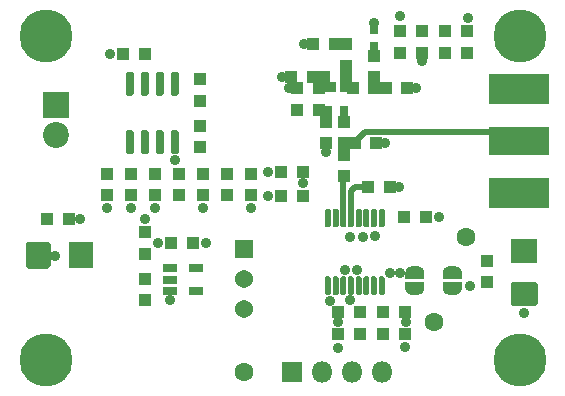
<source format=gbr>
%TF.GenerationSoftware,KiCad,Pcbnew,(5.1.6-0-10_14)*%
%TF.CreationDate,2021-11-26T22:59:46-06:00*%
%TF.ProjectId,EE514 Project,45453531-3420-4507-926f-6a6563742e6b,rev?*%
%TF.SameCoordinates,Original*%
%TF.FileFunction,Soldermask,Top*%
%TF.FilePolarity,Negative*%
%FSLAX46Y46*%
G04 Gerber Fmt 4.6, Leading zero omitted, Abs format (unit mm)*
G04 Created by KiCad (PCBNEW (5.1.6-0-10_14)) date 2021-11-26 22:59:46*
%MOMM*%
%LPD*%
G01*
G04 APERTURE LIST*
%ADD10C,0.500152*%
%ADD11O,1.800000X1.800000*%
%ADD12R,1.800000X1.800000*%
%ADD13C,0.800000*%
%ADD14C,4.500000*%
%ADD15R,2.100000X2.300000*%
%ADD16C,1.600000*%
%ADD17R,1.160000X0.750000*%
%ADD18R,1.540000X1.540000*%
%ADD19C,1.540000*%
%ADD20R,1.050000X1.075000*%
%ADD21R,1.075000X1.050000*%
%ADD22R,1.000000X0.900000*%
%ADD23R,0.700000X0.900000*%
%ADD24C,0.100000*%
%ADD25R,5.180000X2.520000*%
%ADD26R,5.180000X2.390000*%
%ADD27C,2.200000*%
%ADD28R,2.200000X2.200000*%
%ADD29R,0.800000X0.700000*%
%ADD30R,2.300000X2.100000*%
%ADD31C,0.900000*%
G04 APERTURE END LIST*
D10*
X150551000Y-109164000D02*
X150876000Y-108839000D01*
X150876000Y-108839000D02*
X151995500Y-108839000D01*
X150551000Y-111437500D02*
X150551000Y-109164000D01*
X149901000Y-111437500D02*
X149901000Y-107907100D01*
X149901000Y-107907100D02*
X149936200Y-107871900D01*
X150877900Y-105027100D02*
X151765000Y-104140000D01*
X151765000Y-104140000D02*
X164026000Y-104140000D01*
X164026000Y-104140000D02*
X164788000Y-104902000D01*
X150877900Y-105079800D02*
X150877900Y-105027100D01*
D11*
%TO.C,J102*%
X153162000Y-124460000D03*
X150622000Y-124460000D03*
X148082000Y-124460000D03*
D12*
X145542000Y-124460000D03*
%TD*%
D13*
%TO.C,H104*%
X166012726Y-94845274D03*
X164846000Y-94362000D03*
X163679274Y-94845274D03*
X163196000Y-96012000D03*
X163679274Y-97178726D03*
X164846000Y-97662000D03*
X166012726Y-97178726D03*
X166496000Y-96012000D03*
D14*
X164846000Y-96012000D03*
%TD*%
D13*
%TO.C,H103*%
X166012726Y-122277274D03*
X164846000Y-121794000D03*
X163679274Y-122277274D03*
X163196000Y-123444000D03*
X163679274Y-124610726D03*
X164846000Y-125094000D03*
X166012726Y-124610726D03*
X166496000Y-123444000D03*
D14*
X164846000Y-123444000D03*
%TD*%
D13*
%TO.C,H102*%
X125880726Y-122277274D03*
X124714000Y-121794000D03*
X123547274Y-122277274D03*
X123064000Y-123444000D03*
X123547274Y-124610726D03*
X124714000Y-125094000D03*
X125880726Y-124610726D03*
X126364000Y-123444000D03*
D14*
X124714000Y-123444000D03*
%TD*%
D13*
%TO.C,H101*%
X125880726Y-94845274D03*
X124714000Y-94362000D03*
X123547274Y-94845274D03*
X123064000Y-96012000D03*
X123547274Y-97178726D03*
X124714000Y-97662000D03*
X125880726Y-97178726D03*
X126364000Y-96012000D03*
D14*
X124714000Y-96012000D03*
%TD*%
D15*
%TO.C,D101*%
X127679000Y-114564000D03*
G36*
G01*
X123029000Y-115504000D02*
X123029000Y-113624000D01*
G75*
G02*
X123239000Y-113414000I210000J0D01*
G01*
X124919000Y-113414000D01*
G75*
G02*
X125129000Y-113624000I0J-210000D01*
G01*
X125129000Y-115504000D01*
G75*
G02*
X124919000Y-115714000I-210000J0D01*
G01*
X123239000Y-115714000D01*
G75*
G02*
X123029000Y-115504000I0J210000D01*
G01*
G37*
%TD*%
D16*
%TO.C,TP201*%
X141478000Y-124460000D03*
%TD*%
%TO.C,U401*%
G36*
G01*
X132001000Y-101093400D02*
X131651000Y-101093400D01*
G75*
G02*
X131476000Y-100918400I0J175000D01*
G01*
X131476000Y-99218400D01*
G75*
G02*
X131651000Y-99043400I175000J0D01*
G01*
X132001000Y-99043400D01*
G75*
G02*
X132176000Y-99218400I0J-175000D01*
G01*
X132176000Y-100918400D01*
G75*
G02*
X132001000Y-101093400I-175000J0D01*
G01*
G37*
G36*
G01*
X133271000Y-101093400D02*
X132921000Y-101093400D01*
G75*
G02*
X132746000Y-100918400I0J175000D01*
G01*
X132746000Y-99218400D01*
G75*
G02*
X132921000Y-99043400I175000J0D01*
G01*
X133271000Y-99043400D01*
G75*
G02*
X133446000Y-99218400I0J-175000D01*
G01*
X133446000Y-100918400D01*
G75*
G02*
X133271000Y-101093400I-175000J0D01*
G01*
G37*
G36*
G01*
X134541000Y-101093400D02*
X134191000Y-101093400D01*
G75*
G02*
X134016000Y-100918400I0J175000D01*
G01*
X134016000Y-99218400D01*
G75*
G02*
X134191000Y-99043400I175000J0D01*
G01*
X134541000Y-99043400D01*
G75*
G02*
X134716000Y-99218400I0J-175000D01*
G01*
X134716000Y-100918400D01*
G75*
G02*
X134541000Y-101093400I-175000J0D01*
G01*
G37*
G36*
G01*
X135811000Y-101093400D02*
X135461000Y-101093400D01*
G75*
G02*
X135286000Y-100918400I0J175000D01*
G01*
X135286000Y-99218400D01*
G75*
G02*
X135461000Y-99043400I175000J0D01*
G01*
X135811000Y-99043400D01*
G75*
G02*
X135986000Y-99218400I0J-175000D01*
G01*
X135986000Y-100918400D01*
G75*
G02*
X135811000Y-101093400I-175000J0D01*
G01*
G37*
G36*
G01*
X135811000Y-106043400D02*
X135461000Y-106043400D01*
G75*
G02*
X135286000Y-105868400I0J175000D01*
G01*
X135286000Y-104168400D01*
G75*
G02*
X135461000Y-103993400I175000J0D01*
G01*
X135811000Y-103993400D01*
G75*
G02*
X135986000Y-104168400I0J-175000D01*
G01*
X135986000Y-105868400D01*
G75*
G02*
X135811000Y-106043400I-175000J0D01*
G01*
G37*
G36*
G01*
X134541000Y-106043400D02*
X134191000Y-106043400D01*
G75*
G02*
X134016000Y-105868400I0J175000D01*
G01*
X134016000Y-104168400D01*
G75*
G02*
X134191000Y-103993400I175000J0D01*
G01*
X134541000Y-103993400D01*
G75*
G02*
X134716000Y-104168400I0J-175000D01*
G01*
X134716000Y-105868400D01*
G75*
G02*
X134541000Y-106043400I-175000J0D01*
G01*
G37*
G36*
G01*
X133271000Y-106043400D02*
X132921000Y-106043400D01*
G75*
G02*
X132746000Y-105868400I0J175000D01*
G01*
X132746000Y-104168400D01*
G75*
G02*
X132921000Y-103993400I175000J0D01*
G01*
X133271000Y-103993400D01*
G75*
G02*
X133446000Y-104168400I0J-175000D01*
G01*
X133446000Y-105868400D01*
G75*
G02*
X133271000Y-106043400I-175000J0D01*
G01*
G37*
G36*
G01*
X132001000Y-106043400D02*
X131651000Y-106043400D01*
G75*
G02*
X131476000Y-105868400I0J175000D01*
G01*
X131476000Y-104168400D01*
G75*
G02*
X131651000Y-103993400I175000J0D01*
G01*
X132001000Y-103993400D01*
G75*
G02*
X132176000Y-104168400I0J-175000D01*
G01*
X132176000Y-105868400D01*
G75*
G02*
X132001000Y-106043400I-175000J0D01*
G01*
G37*
%TD*%
D17*
%TO.C,U201*%
X137407000Y-115692000D03*
X137407000Y-117592000D03*
X135207000Y-117592000D03*
X135207000Y-116642000D03*
X135207000Y-115692000D03*
%TD*%
%TO.C,U101*%
G36*
G01*
X153026000Y-116375000D02*
X153276000Y-116375000D01*
G75*
G02*
X153401000Y-116500000I0J-125000D01*
G01*
X153401000Y-117825000D01*
G75*
G02*
X153276000Y-117950000I-125000J0D01*
G01*
X153026000Y-117950000D01*
G75*
G02*
X152901000Y-117825000I0J125000D01*
G01*
X152901000Y-116500000D01*
G75*
G02*
X153026000Y-116375000I125000J0D01*
G01*
G37*
G36*
G01*
X152376000Y-116375000D02*
X152626000Y-116375000D01*
G75*
G02*
X152751000Y-116500000I0J-125000D01*
G01*
X152751000Y-117825000D01*
G75*
G02*
X152626000Y-117950000I-125000J0D01*
G01*
X152376000Y-117950000D01*
G75*
G02*
X152251000Y-117825000I0J125000D01*
G01*
X152251000Y-116500000D01*
G75*
G02*
X152376000Y-116375000I125000J0D01*
G01*
G37*
G36*
G01*
X151726000Y-116375000D02*
X151976000Y-116375000D01*
G75*
G02*
X152101000Y-116500000I0J-125000D01*
G01*
X152101000Y-117825000D01*
G75*
G02*
X151976000Y-117950000I-125000J0D01*
G01*
X151726000Y-117950000D01*
G75*
G02*
X151601000Y-117825000I0J125000D01*
G01*
X151601000Y-116500000D01*
G75*
G02*
X151726000Y-116375000I125000J0D01*
G01*
G37*
G36*
G01*
X151076000Y-116375000D02*
X151326000Y-116375000D01*
G75*
G02*
X151451000Y-116500000I0J-125000D01*
G01*
X151451000Y-117825000D01*
G75*
G02*
X151326000Y-117950000I-125000J0D01*
G01*
X151076000Y-117950000D01*
G75*
G02*
X150951000Y-117825000I0J125000D01*
G01*
X150951000Y-116500000D01*
G75*
G02*
X151076000Y-116375000I125000J0D01*
G01*
G37*
G36*
G01*
X150426000Y-116375000D02*
X150676000Y-116375000D01*
G75*
G02*
X150801000Y-116500000I0J-125000D01*
G01*
X150801000Y-117825000D01*
G75*
G02*
X150676000Y-117950000I-125000J0D01*
G01*
X150426000Y-117950000D01*
G75*
G02*
X150301000Y-117825000I0J125000D01*
G01*
X150301000Y-116500000D01*
G75*
G02*
X150426000Y-116375000I125000J0D01*
G01*
G37*
G36*
G01*
X149776000Y-116375000D02*
X150026000Y-116375000D01*
G75*
G02*
X150151000Y-116500000I0J-125000D01*
G01*
X150151000Y-117825000D01*
G75*
G02*
X150026000Y-117950000I-125000J0D01*
G01*
X149776000Y-117950000D01*
G75*
G02*
X149651000Y-117825000I0J125000D01*
G01*
X149651000Y-116500000D01*
G75*
G02*
X149776000Y-116375000I125000J0D01*
G01*
G37*
G36*
G01*
X149126000Y-116375000D02*
X149376000Y-116375000D01*
G75*
G02*
X149501000Y-116500000I0J-125000D01*
G01*
X149501000Y-117825000D01*
G75*
G02*
X149376000Y-117950000I-125000J0D01*
G01*
X149126000Y-117950000D01*
G75*
G02*
X149001000Y-117825000I0J125000D01*
G01*
X149001000Y-116500000D01*
G75*
G02*
X149126000Y-116375000I125000J0D01*
G01*
G37*
G36*
G01*
X148476000Y-116375000D02*
X148726000Y-116375000D01*
G75*
G02*
X148851000Y-116500000I0J-125000D01*
G01*
X148851000Y-117825000D01*
G75*
G02*
X148726000Y-117950000I-125000J0D01*
G01*
X148476000Y-117950000D01*
G75*
G02*
X148351000Y-117825000I0J125000D01*
G01*
X148351000Y-116500000D01*
G75*
G02*
X148476000Y-116375000I125000J0D01*
G01*
G37*
G36*
G01*
X148476000Y-110650000D02*
X148726000Y-110650000D01*
G75*
G02*
X148851000Y-110775000I0J-125000D01*
G01*
X148851000Y-112100000D01*
G75*
G02*
X148726000Y-112225000I-125000J0D01*
G01*
X148476000Y-112225000D01*
G75*
G02*
X148351000Y-112100000I0J125000D01*
G01*
X148351000Y-110775000D01*
G75*
G02*
X148476000Y-110650000I125000J0D01*
G01*
G37*
G36*
G01*
X149126000Y-110650000D02*
X149376000Y-110650000D01*
G75*
G02*
X149501000Y-110775000I0J-125000D01*
G01*
X149501000Y-112100000D01*
G75*
G02*
X149376000Y-112225000I-125000J0D01*
G01*
X149126000Y-112225000D01*
G75*
G02*
X149001000Y-112100000I0J125000D01*
G01*
X149001000Y-110775000D01*
G75*
G02*
X149126000Y-110650000I125000J0D01*
G01*
G37*
G36*
G01*
X149776000Y-110650000D02*
X150026000Y-110650000D01*
G75*
G02*
X150151000Y-110775000I0J-125000D01*
G01*
X150151000Y-112100000D01*
G75*
G02*
X150026000Y-112225000I-125000J0D01*
G01*
X149776000Y-112225000D01*
G75*
G02*
X149651000Y-112100000I0J125000D01*
G01*
X149651000Y-110775000D01*
G75*
G02*
X149776000Y-110650000I125000J0D01*
G01*
G37*
G36*
G01*
X150426000Y-110650000D02*
X150676000Y-110650000D01*
G75*
G02*
X150801000Y-110775000I0J-125000D01*
G01*
X150801000Y-112100000D01*
G75*
G02*
X150676000Y-112225000I-125000J0D01*
G01*
X150426000Y-112225000D01*
G75*
G02*
X150301000Y-112100000I0J125000D01*
G01*
X150301000Y-110775000D01*
G75*
G02*
X150426000Y-110650000I125000J0D01*
G01*
G37*
G36*
G01*
X151076000Y-110650000D02*
X151326000Y-110650000D01*
G75*
G02*
X151451000Y-110775000I0J-125000D01*
G01*
X151451000Y-112100000D01*
G75*
G02*
X151326000Y-112225000I-125000J0D01*
G01*
X151076000Y-112225000D01*
G75*
G02*
X150951000Y-112100000I0J125000D01*
G01*
X150951000Y-110775000D01*
G75*
G02*
X151076000Y-110650000I125000J0D01*
G01*
G37*
G36*
G01*
X151726000Y-110650000D02*
X151976000Y-110650000D01*
G75*
G02*
X152101000Y-110775000I0J-125000D01*
G01*
X152101000Y-112100000D01*
G75*
G02*
X151976000Y-112225000I-125000J0D01*
G01*
X151726000Y-112225000D01*
G75*
G02*
X151601000Y-112100000I0J125000D01*
G01*
X151601000Y-110775000D01*
G75*
G02*
X151726000Y-110650000I125000J0D01*
G01*
G37*
G36*
G01*
X152376000Y-110650000D02*
X152626000Y-110650000D01*
G75*
G02*
X152751000Y-110775000I0J-125000D01*
G01*
X152751000Y-112100000D01*
G75*
G02*
X152626000Y-112225000I-125000J0D01*
G01*
X152376000Y-112225000D01*
G75*
G02*
X152251000Y-112100000I0J125000D01*
G01*
X152251000Y-110775000D01*
G75*
G02*
X152376000Y-110650000I125000J0D01*
G01*
G37*
G36*
G01*
X153026000Y-110650000D02*
X153276000Y-110650000D01*
G75*
G02*
X153401000Y-110775000I0J-125000D01*
G01*
X153401000Y-112100000D01*
G75*
G02*
X153276000Y-112225000I-125000J0D01*
G01*
X153026000Y-112225000D01*
G75*
G02*
X152901000Y-112100000I0J125000D01*
G01*
X152901000Y-110775000D01*
G75*
G02*
X153026000Y-110650000I125000J0D01*
G01*
G37*
%TD*%
D16*
%TO.C,TP102*%
X157607000Y-120269000D03*
%TD*%
%TO.C,TP101*%
X160274000Y-113030000D03*
%TD*%
D18*
%TO.C,RV201*%
X141478000Y-114046000D03*
D19*
X141478000Y-116586000D03*
X141478000Y-119126000D03*
%TD*%
D20*
%TO.C,R407*%
X142113000Y-109497500D03*
X142113000Y-107672500D03*
%TD*%
%TO.C,R406*%
X138049000Y-109497500D03*
X138049000Y-107672500D03*
%TD*%
%TO.C,R405*%
X136017000Y-109497500D03*
X136017000Y-107672500D03*
%TD*%
%TO.C,R404*%
X133985000Y-107672500D03*
X133985000Y-109497500D03*
%TD*%
%TO.C,R403*%
X137795000Y-99671500D03*
X137795000Y-101496500D03*
%TD*%
%TO.C,R402*%
X129921000Y-107672500D03*
X129921000Y-109497500D03*
%TD*%
%TO.C,R401*%
X131953000Y-109497500D03*
X131953000Y-107672500D03*
%TD*%
D21*
%TO.C,R301*%
X147851500Y-100431600D03*
X146026500Y-100431600D03*
%TD*%
D20*
%TO.C,R201*%
X133096000Y-118387500D03*
X133096000Y-116562500D03*
%TD*%
D21*
%TO.C,R106*%
X150877900Y-105079800D03*
X152702900Y-105079800D03*
%TD*%
D20*
%TO.C,R105*%
X154686000Y-97432500D03*
X154686000Y-95607500D03*
%TD*%
%TO.C,R104*%
X158496000Y-95607500D03*
X158496000Y-97432500D03*
%TD*%
D21*
%TO.C,R103*%
X155043500Y-111379000D03*
X156868500Y-111379000D03*
%TD*%
D20*
%TO.C,R102*%
X162052000Y-115038500D03*
X162052000Y-116863500D03*
%TD*%
D21*
%TO.C,R101*%
X124817500Y-111506000D03*
X126642500Y-111506000D03*
%TD*%
D22*
%TO.C,Q301*%
X148775800Y-100361400D03*
D23*
X149925800Y-100361400D03*
X148625800Y-102381400D03*
X149925800Y-102381400D03*
%TD*%
D21*
%TO.C,L303*%
X146026500Y-102311200D03*
X147851500Y-102311200D03*
%TD*%
D20*
%TO.C,L302*%
X150114000Y-98550100D03*
X150114000Y-96725100D03*
%TD*%
D21*
%TO.C,L301*%
X153494100Y-100431600D03*
X155319100Y-100431600D03*
%TD*%
D24*
%TO.C,JP102*%
G36*
X156755039Y-116572755D02*
G01*
X156752194Y-116582134D01*
X156747573Y-116590779D01*
X156741355Y-116598355D01*
X156733779Y-116604573D01*
X156725134Y-116609194D01*
X156715755Y-116612039D01*
X156706000Y-116613000D01*
X155206000Y-116613000D01*
X155196245Y-116612039D01*
X155186866Y-116609194D01*
X155178221Y-116604573D01*
X155170645Y-116598355D01*
X155164427Y-116590779D01*
X155159806Y-116582134D01*
X155156961Y-116572755D01*
X155156000Y-116563000D01*
X155156000Y-116063000D01*
X155156602Y-116056889D01*
X155156602Y-116038466D01*
X155156843Y-116033565D01*
X155161653Y-115984734D01*
X155162373Y-115979881D01*
X155171945Y-115931756D01*
X155173137Y-115926995D01*
X155187381Y-115880040D01*
X155189034Y-115875421D01*
X155207811Y-115830088D01*
X155209909Y-115825651D01*
X155233040Y-115782378D01*
X155235562Y-115778171D01*
X155262822Y-115737372D01*
X155265746Y-115733430D01*
X155296874Y-115695501D01*
X155300169Y-115691866D01*
X155334866Y-115657169D01*
X155338501Y-115653874D01*
X155376430Y-115622746D01*
X155380372Y-115619822D01*
X155421171Y-115592562D01*
X155425378Y-115590040D01*
X155468651Y-115566909D01*
X155473088Y-115564811D01*
X155518421Y-115546034D01*
X155523040Y-115544381D01*
X155569995Y-115530137D01*
X155574756Y-115528945D01*
X155622881Y-115519373D01*
X155627734Y-115518653D01*
X155676565Y-115513843D01*
X155681466Y-115513602D01*
X155699889Y-115513602D01*
X155706000Y-115513000D01*
X156206000Y-115513000D01*
X156212111Y-115513602D01*
X156230534Y-115513602D01*
X156235435Y-115513843D01*
X156284266Y-115518653D01*
X156289119Y-115519373D01*
X156337244Y-115528945D01*
X156342005Y-115530137D01*
X156388960Y-115544381D01*
X156393579Y-115546034D01*
X156438912Y-115564811D01*
X156443349Y-115566909D01*
X156486622Y-115590040D01*
X156490829Y-115592562D01*
X156531628Y-115619822D01*
X156535570Y-115622746D01*
X156573499Y-115653874D01*
X156577134Y-115657169D01*
X156611831Y-115691866D01*
X156615126Y-115695501D01*
X156646254Y-115733430D01*
X156649178Y-115737372D01*
X156676438Y-115778171D01*
X156678960Y-115782378D01*
X156702091Y-115825651D01*
X156704189Y-115830088D01*
X156722966Y-115875421D01*
X156724619Y-115880040D01*
X156738863Y-115926995D01*
X156740055Y-115931756D01*
X156749627Y-115979881D01*
X156750347Y-115984734D01*
X156755157Y-116033565D01*
X156755398Y-116038466D01*
X156755398Y-116056889D01*
X156756000Y-116063000D01*
X156756000Y-116563000D01*
X156755039Y-116572755D01*
G37*
G36*
X156755398Y-117369111D02*
G01*
X156755398Y-117387534D01*
X156755157Y-117392435D01*
X156750347Y-117441266D01*
X156749627Y-117446119D01*
X156740055Y-117494244D01*
X156738863Y-117499005D01*
X156724619Y-117545960D01*
X156722966Y-117550579D01*
X156704189Y-117595912D01*
X156702091Y-117600349D01*
X156678960Y-117643622D01*
X156676438Y-117647829D01*
X156649178Y-117688628D01*
X156646254Y-117692570D01*
X156615126Y-117730499D01*
X156611831Y-117734134D01*
X156577134Y-117768831D01*
X156573499Y-117772126D01*
X156535570Y-117803254D01*
X156531628Y-117806178D01*
X156490829Y-117833438D01*
X156486622Y-117835960D01*
X156443349Y-117859091D01*
X156438912Y-117861189D01*
X156393579Y-117879966D01*
X156388960Y-117881619D01*
X156342005Y-117895863D01*
X156337244Y-117897055D01*
X156289119Y-117906627D01*
X156284266Y-117907347D01*
X156235435Y-117912157D01*
X156230534Y-117912398D01*
X156212111Y-117912398D01*
X156206000Y-117913000D01*
X155706000Y-117913000D01*
X155699889Y-117912398D01*
X155681466Y-117912398D01*
X155676565Y-117912157D01*
X155627734Y-117907347D01*
X155622881Y-117906627D01*
X155574756Y-117897055D01*
X155569995Y-117895863D01*
X155523040Y-117881619D01*
X155518421Y-117879966D01*
X155473088Y-117861189D01*
X155468651Y-117859091D01*
X155425378Y-117835960D01*
X155421171Y-117833438D01*
X155380372Y-117806178D01*
X155376430Y-117803254D01*
X155338501Y-117772126D01*
X155334866Y-117768831D01*
X155300169Y-117734134D01*
X155296874Y-117730499D01*
X155265746Y-117692570D01*
X155262822Y-117688628D01*
X155235562Y-117647829D01*
X155233040Y-117643622D01*
X155209909Y-117600349D01*
X155207811Y-117595912D01*
X155189034Y-117550579D01*
X155187381Y-117545960D01*
X155173137Y-117499005D01*
X155171945Y-117494244D01*
X155162373Y-117446119D01*
X155161653Y-117441266D01*
X155156843Y-117392435D01*
X155156602Y-117387534D01*
X155156602Y-117369111D01*
X155156000Y-117363000D01*
X155156000Y-116863000D01*
X155156961Y-116853245D01*
X155159806Y-116843866D01*
X155164427Y-116835221D01*
X155170645Y-116827645D01*
X155178221Y-116821427D01*
X155186866Y-116816806D01*
X155196245Y-116813961D01*
X155206000Y-116813000D01*
X156706000Y-116813000D01*
X156715755Y-116813961D01*
X156725134Y-116816806D01*
X156733779Y-116821427D01*
X156741355Y-116827645D01*
X156747573Y-116835221D01*
X156752194Y-116843866D01*
X156755039Y-116853245D01*
X156756000Y-116863000D01*
X156756000Y-117363000D01*
X156755398Y-117369111D01*
G37*
%TD*%
%TO.C,JP101*%
G36*
X158331961Y-116853245D02*
G01*
X158334806Y-116843866D01*
X158339427Y-116835221D01*
X158345645Y-116827645D01*
X158353221Y-116821427D01*
X158361866Y-116816806D01*
X158371245Y-116813961D01*
X158381000Y-116813000D01*
X159881000Y-116813000D01*
X159890755Y-116813961D01*
X159900134Y-116816806D01*
X159908779Y-116821427D01*
X159916355Y-116827645D01*
X159922573Y-116835221D01*
X159927194Y-116843866D01*
X159930039Y-116853245D01*
X159931000Y-116863000D01*
X159931000Y-117363000D01*
X159930398Y-117369111D01*
X159930398Y-117387534D01*
X159930157Y-117392435D01*
X159925347Y-117441266D01*
X159924627Y-117446119D01*
X159915055Y-117494244D01*
X159913863Y-117499005D01*
X159899619Y-117545960D01*
X159897966Y-117550579D01*
X159879189Y-117595912D01*
X159877091Y-117600349D01*
X159853960Y-117643622D01*
X159851438Y-117647829D01*
X159824178Y-117688628D01*
X159821254Y-117692570D01*
X159790126Y-117730499D01*
X159786831Y-117734134D01*
X159752134Y-117768831D01*
X159748499Y-117772126D01*
X159710570Y-117803254D01*
X159706628Y-117806178D01*
X159665829Y-117833438D01*
X159661622Y-117835960D01*
X159618349Y-117859091D01*
X159613912Y-117861189D01*
X159568579Y-117879966D01*
X159563960Y-117881619D01*
X159517005Y-117895863D01*
X159512244Y-117897055D01*
X159464119Y-117906627D01*
X159459266Y-117907347D01*
X159410435Y-117912157D01*
X159405534Y-117912398D01*
X159387111Y-117912398D01*
X159381000Y-117913000D01*
X158881000Y-117913000D01*
X158874889Y-117912398D01*
X158856466Y-117912398D01*
X158851565Y-117912157D01*
X158802734Y-117907347D01*
X158797881Y-117906627D01*
X158749756Y-117897055D01*
X158744995Y-117895863D01*
X158698040Y-117881619D01*
X158693421Y-117879966D01*
X158648088Y-117861189D01*
X158643651Y-117859091D01*
X158600378Y-117835960D01*
X158596171Y-117833438D01*
X158555372Y-117806178D01*
X158551430Y-117803254D01*
X158513501Y-117772126D01*
X158509866Y-117768831D01*
X158475169Y-117734134D01*
X158471874Y-117730499D01*
X158440746Y-117692570D01*
X158437822Y-117688628D01*
X158410562Y-117647829D01*
X158408040Y-117643622D01*
X158384909Y-117600349D01*
X158382811Y-117595912D01*
X158364034Y-117550579D01*
X158362381Y-117545960D01*
X158348137Y-117499005D01*
X158346945Y-117494244D01*
X158337373Y-117446119D01*
X158336653Y-117441266D01*
X158331843Y-117392435D01*
X158331602Y-117387534D01*
X158331602Y-117369111D01*
X158331000Y-117363000D01*
X158331000Y-116863000D01*
X158331961Y-116853245D01*
G37*
G36*
X158331602Y-116056889D02*
G01*
X158331602Y-116038466D01*
X158331843Y-116033565D01*
X158336653Y-115984734D01*
X158337373Y-115979881D01*
X158346945Y-115931756D01*
X158348137Y-115926995D01*
X158362381Y-115880040D01*
X158364034Y-115875421D01*
X158382811Y-115830088D01*
X158384909Y-115825651D01*
X158408040Y-115782378D01*
X158410562Y-115778171D01*
X158437822Y-115737372D01*
X158440746Y-115733430D01*
X158471874Y-115695501D01*
X158475169Y-115691866D01*
X158509866Y-115657169D01*
X158513501Y-115653874D01*
X158551430Y-115622746D01*
X158555372Y-115619822D01*
X158596171Y-115592562D01*
X158600378Y-115590040D01*
X158643651Y-115566909D01*
X158648088Y-115564811D01*
X158693421Y-115546034D01*
X158698040Y-115544381D01*
X158744995Y-115530137D01*
X158749756Y-115528945D01*
X158797881Y-115519373D01*
X158802734Y-115518653D01*
X158851565Y-115513843D01*
X158856466Y-115513602D01*
X158874889Y-115513602D01*
X158881000Y-115513000D01*
X159381000Y-115513000D01*
X159387111Y-115513602D01*
X159405534Y-115513602D01*
X159410435Y-115513843D01*
X159459266Y-115518653D01*
X159464119Y-115519373D01*
X159512244Y-115528945D01*
X159517005Y-115530137D01*
X159563960Y-115544381D01*
X159568579Y-115546034D01*
X159613912Y-115564811D01*
X159618349Y-115566909D01*
X159661622Y-115590040D01*
X159665829Y-115592562D01*
X159706628Y-115619822D01*
X159710570Y-115622746D01*
X159748499Y-115653874D01*
X159752134Y-115657169D01*
X159786831Y-115691866D01*
X159790126Y-115695501D01*
X159821254Y-115733430D01*
X159824178Y-115737372D01*
X159851438Y-115778171D01*
X159853960Y-115782378D01*
X159877091Y-115825651D01*
X159879189Y-115830088D01*
X159897966Y-115875421D01*
X159899619Y-115880040D01*
X159913863Y-115926995D01*
X159915055Y-115931756D01*
X159924627Y-115979881D01*
X159925347Y-115984734D01*
X159930157Y-116033565D01*
X159930398Y-116038466D01*
X159930398Y-116056889D01*
X159931000Y-116063000D01*
X159931000Y-116563000D01*
X159930039Y-116572755D01*
X159927194Y-116582134D01*
X159922573Y-116590779D01*
X159916355Y-116598355D01*
X159908779Y-116604573D01*
X159900134Y-116609194D01*
X159890755Y-116612039D01*
X159881000Y-116613000D01*
X158381000Y-116613000D01*
X158371245Y-116612039D01*
X158361866Y-116609194D01*
X158353221Y-116604573D01*
X158345645Y-116598355D01*
X158339427Y-116590779D01*
X158334806Y-116582134D01*
X158331961Y-116572755D01*
X158331000Y-116563000D01*
X158331000Y-116063000D01*
X158331602Y-116056889D01*
G37*
%TD*%
D25*
%TO.C,J103*%
X164788000Y-100522000D03*
X164788000Y-109282000D03*
D26*
X164788000Y-104902000D03*
%TD*%
D27*
%TO.C,J101*%
X125603000Y-104394000D03*
D28*
X125603000Y-101854000D03*
%TD*%
D29*
%TO.C,D301*%
X152527000Y-96889800D03*
X152527000Y-95489800D03*
%TD*%
D30*
%TO.C,D102*%
X165237000Y-114256000D03*
G36*
G01*
X166177000Y-118906000D02*
X164297000Y-118906000D01*
G75*
G02*
X164087000Y-118696000I0J210000D01*
G01*
X164087000Y-117016000D01*
G75*
G02*
X164297000Y-116806000I210000J0D01*
G01*
X166177000Y-116806000D01*
G75*
G02*
X166387000Y-117016000I0J-210000D01*
G01*
X166387000Y-118696000D01*
G75*
G02*
X166177000Y-118906000I-210000J0D01*
G01*
G37*
%TD*%
D20*
%TO.C,C403*%
X140081000Y-107672500D03*
X140081000Y-109497500D03*
%TD*%
D21*
%TO.C,C402*%
X131294500Y-97536000D03*
X133119500Y-97536000D03*
%TD*%
D20*
%TO.C,C401*%
X137795000Y-105433500D03*
X137795000Y-103608500D03*
%TD*%
%TO.C,C307*%
X149936200Y-103252900D03*
X149936200Y-105077900D03*
%TD*%
%TO.C,C306*%
X148463000Y-103252900D03*
X148463000Y-105077900D03*
%TD*%
D21*
%TO.C,C305*%
X145493100Y-99491800D03*
X147318100Y-99491800D03*
%TD*%
%TO.C,C304*%
X148289000Y-99491800D03*
X150114000Y-99491800D03*
%TD*%
%TO.C,C303*%
X147347300Y-96723200D03*
X149172300Y-96723200D03*
%TD*%
%TO.C,C302*%
X152525100Y-100431600D03*
X150700100Y-100431600D03*
%TD*%
D20*
%TO.C,C301*%
X152527000Y-97664900D03*
X152527000Y-99489900D03*
%TD*%
D21*
%TO.C,C202*%
X135358500Y-113538000D03*
X137183500Y-113538000D03*
%TD*%
D20*
%TO.C,C201*%
X133096000Y-112625500D03*
X133096000Y-114450500D03*
%TD*%
%TO.C,C110*%
X149936200Y-107871900D03*
X149936200Y-106046900D03*
%TD*%
%TO.C,C109*%
X160401000Y-95607500D03*
X160401000Y-97432500D03*
%TD*%
%TO.C,C108*%
X156591000Y-97432500D03*
X156591000Y-95607500D03*
%TD*%
D21*
%TO.C,C107*%
X153820500Y-108839000D03*
X151995500Y-108839000D03*
%TD*%
%TO.C,C106*%
X155090500Y-121285000D03*
X153265500Y-121285000D03*
%TD*%
%TO.C,C105*%
X155090500Y-119380000D03*
X153265500Y-119380000D03*
%TD*%
%TO.C,C104*%
X144629500Y-109601000D03*
X146454500Y-109601000D03*
%TD*%
%TO.C,C103*%
X144629500Y-107569000D03*
X146454500Y-107569000D03*
%TD*%
%TO.C,C102*%
X149455500Y-119380000D03*
X151280500Y-119380000D03*
%TD*%
%TO.C,C101*%
X149455500Y-121285000D03*
X151280500Y-121285000D03*
%TD*%
D31*
X125476000Y-114681000D03*
X129921000Y-110617000D03*
X133985000Y-110617000D03*
X133096000Y-111506000D03*
X134239000Y-113538000D03*
X135255000Y-118373600D03*
X135636000Y-106553000D03*
X130175000Y-97536000D03*
X143510000Y-107569000D03*
X143510000Y-109601000D03*
X149479000Y-120269000D03*
X148809000Y-118491000D03*
X155194000Y-120269000D03*
X155090490Y-122324490D03*
X149455500Y-122404502D03*
X165227000Y-119507000D03*
X157988000Y-111379000D03*
X150495000Y-113030000D03*
X151537048Y-113044421D03*
X154584398Y-108839000D03*
X153441400Y-105079800D03*
X148463000Y-105816400D03*
X145288000Y-100431600D03*
X144754600Y-99491800D03*
X146608800Y-96723200D03*
X152527000Y-94894400D03*
X156057600Y-100431600D03*
X156591000Y-98171000D03*
X160426400Y-94488000D03*
X131953000Y-110617000D03*
X138049000Y-110617000D03*
X127635000Y-111506000D03*
X138303000Y-113538000D03*
X154701000Y-116063000D03*
X153885026Y-116063006D03*
X160655000Y-117221008D03*
X142113000Y-110617000D03*
X146454500Y-108481492D03*
X151098590Y-115820163D03*
X150495000Y-118364000D03*
X150019228Y-115839828D03*
X154686000Y-94361000D03*
X152630074Y-112934900D03*
M02*

</source>
